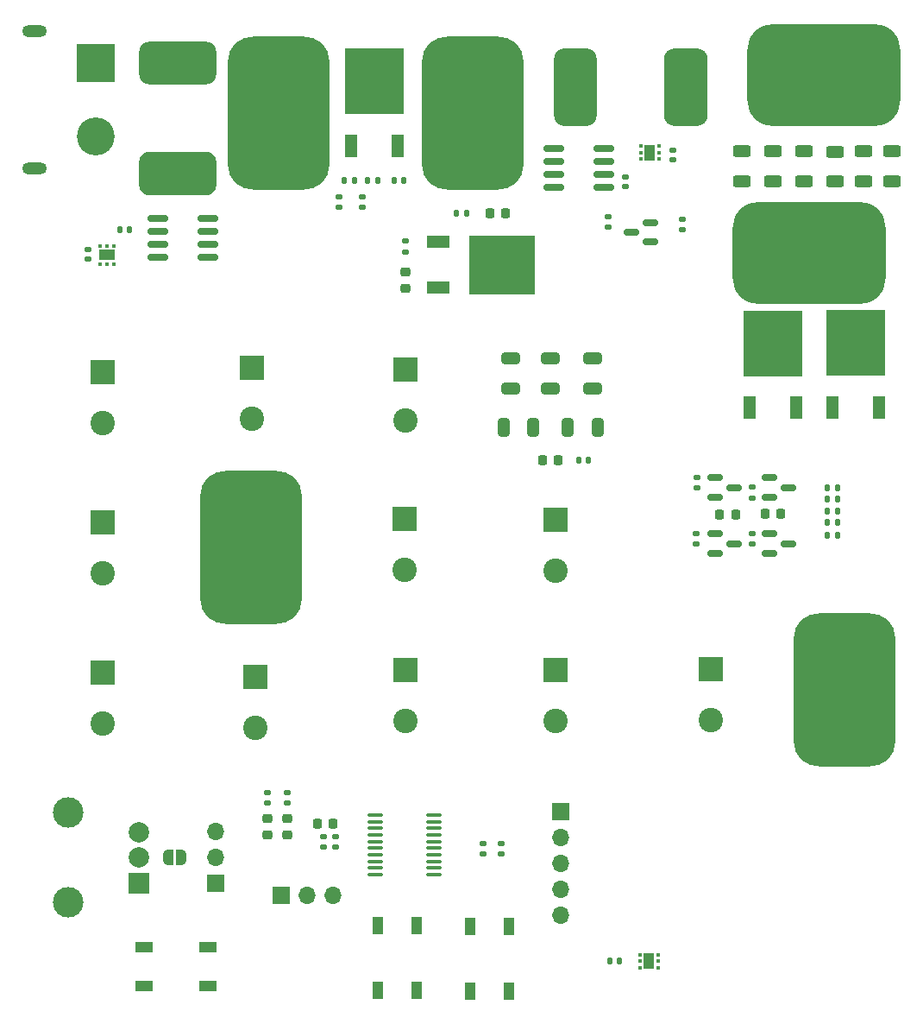
<source format=gbr>
%TF.GenerationSoftware,KiCad,Pcbnew,(6.0.0)*%
%TF.CreationDate,2022-09-13T16:11:23+02:00*%
%TF.ProjectId,IceCutterPCB,49636543-7574-4746-9572-5043422e6b69,rev?*%
%TF.SameCoordinates,Original*%
%TF.FileFunction,Soldermask,Top*%
%TF.FilePolarity,Negative*%
%FSLAX46Y46*%
G04 Gerber Fmt 4.6, Leading zero omitted, Abs format (unit mm)*
G04 Created by KiCad (PCBNEW (6.0.0)) date 2022-09-13 16:11:23*
%MOMM*%
%LPD*%
G01*
G04 APERTURE LIST*
G04 Aperture macros list*
%AMRoundRect*
0 Rectangle with rounded corners*
0 $1 Rounding radius*
0 $2 $3 $4 $5 $6 $7 $8 $9 X,Y pos of 4 corners*
0 Add a 4 corners polygon primitive as box body*
4,1,4,$2,$3,$4,$5,$6,$7,$8,$9,$2,$3,0*
0 Add four circle primitives for the rounded corners*
1,1,$1+$1,$2,$3*
1,1,$1+$1,$4,$5*
1,1,$1+$1,$6,$7*
1,1,$1+$1,$8,$9*
0 Add four rect primitives between the rounded corners*
20,1,$1+$1,$2,$3,$4,$5,0*
20,1,$1+$1,$4,$5,$6,$7,0*
20,1,$1+$1,$6,$7,$8,$9,0*
20,1,$1+$1,$8,$9,$2,$3,0*%
%AMFreePoly0*
4,1,22,0.500000,-0.750000,0.000000,-0.750000,0.000000,-0.745033,-0.079941,-0.743568,-0.215256,-0.701293,-0.333266,-0.622738,-0.424486,-0.514219,-0.481581,-0.384460,-0.499164,-0.250000,-0.500000,-0.250000,-0.500000,0.250000,-0.499164,0.250000,-0.499963,0.256109,-0.478152,0.396186,-0.417904,0.524511,-0.324060,0.630769,-0.204165,0.706417,-0.067858,0.745374,0.000000,0.744959,0.000000,0.750000,
0.500000,0.750000,0.500000,-0.750000,0.500000,-0.750000,$1*%
%AMFreePoly1*
4,1,20,0.000000,0.744959,0.073905,0.744508,0.209726,0.703889,0.328688,0.626782,0.421226,0.519385,0.479903,0.390333,0.500000,0.250000,0.500000,-0.250000,0.499851,-0.262216,0.476331,-0.402017,0.414519,-0.529596,0.319384,-0.634700,0.198574,-0.708877,0.061801,-0.746166,0.000000,-0.745033,0.000000,-0.750000,-0.500000,-0.750000,-0.500000,0.750000,0.000000,0.750000,0.000000,0.744959,
0.000000,0.744959,$1*%
G04 Aperture macros list end*
%ADD10RoundRect,0.250000X-0.625000X0.312500X-0.625000X-0.312500X0.625000X-0.312500X0.625000X0.312500X0*%
%ADD11R,2.400000X2.400000*%
%ADD12C,2.400000*%
%ADD13FreePoly0,180.000000*%
%ADD14FreePoly1,180.000000*%
%ADD15RoundRect,0.135000X-0.185000X0.135000X-0.185000X-0.135000X0.185000X-0.135000X0.185000X0.135000X0*%
%ADD16RoundRect,1.050000X2.750000X-1.050000X2.750000X1.050000X-2.750000X1.050000X-2.750000X-1.050000X0*%
%ADD17RoundRect,1.075000X2.725000X-1.075000X2.725000X1.075000X-2.725000X1.075000X-2.725000X-1.075000X0*%
%ADD18RoundRect,0.093750X0.093750X0.106250X-0.093750X0.106250X-0.093750X-0.106250X0.093750X-0.106250X0*%
%ADD19R,1.000000X1.600000*%
%ADD20R,1.200000X2.200000*%
%ADD21R,5.800000X6.400000*%
%ADD22RoundRect,2.500000X-5.000000X-2.500000X5.000000X-2.500000X5.000000X2.500000X-5.000000X2.500000X0*%
%ADD23RoundRect,0.250000X-0.325000X-0.650000X0.325000X-0.650000X0.325000X0.650000X-0.325000X0.650000X0*%
%ADD24R,1.700000X1.700000*%
%ADD25O,1.700000X1.700000*%
%ADD26RoundRect,0.135000X-0.135000X-0.185000X0.135000X-0.185000X0.135000X0.185000X-0.135000X0.185000X0*%
%ADD27R,2.200000X1.200000*%
%ADD28R,6.400000X5.800000*%
%ADD29RoundRect,0.150000X-0.825000X-0.150000X0.825000X-0.150000X0.825000X0.150000X-0.825000X0.150000X0*%
%ADD30RoundRect,0.225000X-0.225000X-0.250000X0.225000X-0.250000X0.225000X0.250000X-0.225000X0.250000X0*%
%ADD31RoundRect,0.150000X-0.587500X-0.150000X0.587500X-0.150000X0.587500X0.150000X-0.587500X0.150000X0*%
%ADD32RoundRect,0.225000X0.225000X0.250000X-0.225000X0.250000X-0.225000X-0.250000X0.225000X-0.250000X0*%
%ADD33RoundRect,0.140000X0.140000X0.170000X-0.140000X0.170000X-0.140000X-0.170000X0.140000X-0.170000X0*%
%ADD34RoundRect,0.250000X-0.650000X0.325000X-0.650000X-0.325000X0.650000X-0.325000X0.650000X0.325000X0*%
%ADD35RoundRect,0.135000X0.185000X-0.135000X0.185000X0.135000X-0.185000X0.135000X-0.185000X-0.135000X0*%
%ADD36RoundRect,2.500000X2.500000X-5.000000X2.500000X5.000000X-2.500000X5.000000X-2.500000X-5.000000X0*%
%ADD37R,1.700000X1.000000*%
%ADD38R,1.000000X1.700000*%
%ADD39RoundRect,0.140000X-0.140000X-0.170000X0.140000X-0.170000X0.140000X0.170000X-0.140000X0.170000X0*%
%ADD40RoundRect,0.093750X-0.093750X-0.106250X0.093750X-0.106250X0.093750X0.106250X-0.093750X0.106250X0*%
%ADD41RoundRect,0.135000X0.135000X0.185000X-0.135000X0.185000X-0.135000X-0.185000X0.135000X-0.185000X0*%
%ADD42RoundRect,0.218750X0.256250X-0.218750X0.256250X0.218750X-0.256250X0.218750X-0.256250X-0.218750X0*%
%ADD43RoundRect,0.225000X0.250000X-0.225000X0.250000X0.225000X-0.250000X0.225000X-0.250000X-0.225000X0*%
%ADD44RoundRect,0.140000X0.170000X-0.140000X0.170000X0.140000X-0.170000X0.140000X-0.170000X-0.140000X0*%
%ADD45RoundRect,2.500000X-2.500000X5.000000X-2.500000X-5.000000X2.500000X-5.000000X2.500000X5.000000X0*%
%ADD46R,3.716000X3.716000*%
%ADD47C,3.716000*%
%ADD48O,2.400000X1.200000*%
%ADD49RoundRect,1.050000X1.050000X2.750000X-1.050000X2.750000X-1.050000X-2.750000X1.050000X-2.750000X0*%
%ADD50RoundRect,1.075000X1.075000X2.725000X-1.075000X2.725000X-1.075000X-2.725000X1.075000X-2.725000X0*%
%ADD51RoundRect,0.100000X-0.637500X-0.100000X0.637500X-0.100000X0.637500X0.100000X-0.637500X0.100000X0*%
%ADD52C,3.000000*%
%ADD53R,2.000000X2.000000*%
%ADD54C,2.000000*%
%ADD55RoundRect,0.140000X-0.170000X0.140000X-0.170000X-0.140000X0.170000X-0.140000X0.170000X0.140000X0*%
%ADD56RoundRect,0.150000X0.587500X0.150000X-0.587500X0.150000X-0.587500X-0.150000X0.587500X-0.150000X0*%
%ADD57RoundRect,0.093750X-0.106250X0.093750X-0.106250X-0.093750X0.106250X-0.093750X0.106250X0.093750X0*%
%ADD58R,1.600000X1.000000*%
G04 APERTURE END LIST*
D10*
%TO.C,R29*%
X237032800Y-60625800D03*
X237032800Y-63550800D03*
%TD*%
D11*
%TO.C,C17*%
X203962000Y-82042000D03*
D12*
X203962000Y-87042000D03*
%TD*%
D13*
%TO.C,JP1*%
X181981800Y-129883000D03*
D14*
X180681800Y-129883000D03*
%TD*%
D15*
%TO.C,R1*%
X190459800Y-123561000D03*
X190459800Y-124581000D03*
%TD*%
D16*
%TO.C,R5*%
X181610000Y-52004000D03*
D17*
X181610000Y-62804000D03*
%TD*%
D18*
%TO.C,U6*%
X228782700Y-140705600D03*
X228782700Y-140055600D03*
X228782700Y-139405600D03*
X227007700Y-139405600D03*
X227007700Y-140055600D03*
X227007700Y-140705600D03*
D19*
X227895200Y-140055600D03*
%TD*%
D20*
%TO.C,Q16*%
X245878000Y-85734000D03*
D21*
X248158000Y-79434000D03*
D20*
X250438000Y-85734000D03*
%TD*%
D15*
%TO.C,R2*%
X199745600Y-65072800D03*
X199745600Y-66092800D03*
%TD*%
D22*
%TO.C,J7*%
X245008400Y-53187600D03*
%TD*%
D23*
%TO.C,C5*%
X219925000Y-87700000D03*
X222875000Y-87700000D03*
%TD*%
D20*
%TO.C,Q1*%
X198634000Y-60080000D03*
D21*
X200914000Y-53780000D03*
D20*
X203194000Y-60080000D03*
%TD*%
D24*
%TO.C,J2*%
X185395800Y-132423000D03*
D25*
X185395800Y-129883000D03*
X185395800Y-127343000D03*
%TD*%
D26*
%TO.C,R51*%
X245360000Y-94780100D03*
X246380000Y-94780100D03*
%TD*%
D27*
%TO.C,U7*%
X207187000Y-69475000D03*
D28*
X213487000Y-71755000D03*
D27*
X207187000Y-74035000D03*
%TD*%
D15*
%TO.C,R48*%
X237998000Y-93597000D03*
X237998000Y-94617000D03*
%TD*%
D29*
%TO.C,U8*%
X218505000Y-60325000D03*
X218505000Y-61595000D03*
X218505000Y-62865000D03*
X218505000Y-64135000D03*
X223455000Y-64135000D03*
X223455000Y-62865000D03*
X223455000Y-61595000D03*
X223455000Y-60325000D03*
%TD*%
D30*
%TO.C,C30*%
X239255000Y-96139000D03*
X240805000Y-96139000D03*
%TD*%
D11*
%TO.C,C20*%
X174244000Y-111760000D03*
D12*
X174244000Y-116760000D03*
%TD*%
D31*
%TO.C,Q25*%
X239727500Y-92649000D03*
X239727500Y-94549000D03*
X241602500Y-93599000D03*
%TD*%
D15*
%TO.C,R30*%
X231140000Y-67308000D03*
X231140000Y-68328000D03*
%TD*%
D32*
%TO.C,C1*%
X196904603Y-126605000D03*
X195354603Y-126605000D03*
%TD*%
D33*
%TO.C,C9*%
X176880000Y-68358400D03*
X175920000Y-68358400D03*
%TD*%
D10*
%TO.C,R32*%
X243128800Y-60625800D03*
X243128800Y-63550800D03*
%TD*%
D32*
%TO.C,C25*%
X213813000Y-66675000D03*
X212263000Y-66675000D03*
%TD*%
D11*
%TO.C,C15*%
X188900000Y-81902272D03*
D12*
X188900000Y-86902272D03*
%TD*%
D34*
%TO.C,C11*%
X222333000Y-80981400D03*
X222333000Y-83931400D03*
%TD*%
D35*
%TO.C,R6*%
X204021000Y-70487000D03*
X204021000Y-69467000D03*
%TD*%
%TO.C,R45*%
X232511600Y-99163600D03*
X232511600Y-98143600D03*
%TD*%
D36*
%TO.C,J9*%
X188823600Y-99466400D03*
%TD*%
D34*
%TO.C,C6*%
X214333000Y-80981400D03*
X214333000Y-83931400D03*
%TD*%
D37*
%TO.C,SW3*%
X184607600Y-138663600D03*
X178307600Y-138663600D03*
X178307600Y-142463600D03*
X184607600Y-142463600D03*
%TD*%
D24*
%TO.C,J5*%
X191787000Y-133631400D03*
D25*
X194327000Y-133631400D03*
X196867000Y-133631400D03*
%TD*%
D15*
%TO.C,R24*%
X211571200Y-128524000D03*
X211571200Y-129544000D03*
%TD*%
D38*
%TO.C,SW2*%
X205105000Y-142875000D03*
X205105000Y-136575000D03*
X201305000Y-142875000D03*
X201305000Y-136575000D03*
%TD*%
D39*
%TO.C,C12*%
X220976400Y-90964400D03*
X221936400Y-90964400D03*
%TD*%
D22*
%TO.C,J8*%
X243586000Y-70612000D03*
%TD*%
D10*
%TO.C,R31*%
X240080800Y-60625800D03*
X240080800Y-63550800D03*
%TD*%
D32*
%TO.C,C31*%
X236385400Y-96266000D03*
X234835400Y-96266000D03*
%TD*%
D40*
%TO.C,U1*%
X227066500Y-60104700D03*
X227066500Y-60754700D03*
X227066500Y-61404700D03*
X228841500Y-61404700D03*
X228841500Y-60754700D03*
X228841500Y-60104700D03*
D19*
X227954000Y-60754700D03*
%TD*%
D26*
%TO.C,R7*%
X208972000Y-66675000D03*
X209992000Y-66675000D03*
%TD*%
D23*
%TO.C,C32*%
X213600400Y-87700000D03*
X216550400Y-87700000D03*
%TD*%
D11*
%TO.C,C10*%
X203962000Y-111506000D03*
D12*
X203962000Y-116506000D03*
%TD*%
D41*
%TO.C,R53*%
X246382000Y-98336100D03*
X245362000Y-98336100D03*
%TD*%
D32*
%TO.C,C33*%
X218950000Y-90913600D03*
X217400000Y-90913600D03*
%TD*%
D11*
%TO.C,C21*%
X218694000Y-96774000D03*
D12*
X218694000Y-101774000D03*
%TD*%
D11*
%TO.C,C18*%
X233984800Y-111443472D03*
D12*
X233984800Y-116443472D03*
%TD*%
D35*
%TO.C,R28*%
X223901000Y-68074000D03*
X223901000Y-67054000D03*
%TD*%
D42*
%TO.C,D1*%
X190459800Y-127652500D03*
X190459800Y-126077500D03*
%TD*%
D24*
%TO.C,J4*%
X219202000Y-125354000D03*
D25*
X219202000Y-127894000D03*
X219202000Y-130434000D03*
X219202000Y-132974000D03*
X219202000Y-135514000D03*
%TD*%
D26*
%TO.C,R4*%
X197963000Y-63500000D03*
X198983000Y-63500000D03*
%TD*%
%TO.C,R52*%
X245358000Y-93637100D03*
X246378000Y-93637100D03*
%TD*%
D43*
%TO.C,C24*%
X204021000Y-74054000D03*
X204021000Y-72504000D03*
%TD*%
D31*
%TO.C,Q24*%
X239727500Y-98160800D03*
X239727500Y-100060800D03*
X241602500Y-99110800D03*
%TD*%
D44*
%TO.C,C26*%
X172847000Y-71219000D03*
X172847000Y-70259000D03*
%TD*%
D45*
%TO.C,J13*%
X191516000Y-56896000D03*
%TD*%
D10*
%TO.C,R33*%
X246176800Y-60687300D03*
X246176800Y-63612300D03*
%TD*%
%TO.C,R34*%
X248970800Y-60625800D03*
X248970800Y-63550800D03*
%TD*%
D33*
%TO.C,C28*%
X224999600Y-140072000D03*
X224039600Y-140072000D03*
%TD*%
D46*
%TO.C,J1*%
X173545000Y-52000000D03*
D47*
X173545000Y-59200000D03*
D48*
X167545000Y-48850000D03*
X167545000Y-62350000D03*
%TD*%
D33*
%TO.C,C8*%
X201239000Y-63500000D03*
X200279000Y-63500000D03*
%TD*%
D35*
%TO.C,R47*%
X237998000Y-99110800D03*
X237998000Y-98090800D03*
%TD*%
D49*
%TO.C,R27*%
X220660000Y-54356000D03*
D50*
X231460000Y-54356000D03*
%TD*%
D36*
%TO.C,J14*%
X210566000Y-56896000D03*
%TD*%
D34*
%TO.C,C23*%
X218199600Y-80981400D03*
X218199600Y-83931400D03*
%TD*%
D10*
%TO.C,R35*%
X251764800Y-60625800D03*
X251764800Y-63550800D03*
%TD*%
D33*
%TO.C,C7*%
X203807000Y-63500000D03*
X202847000Y-63500000D03*
%TD*%
D51*
%TO.C,U2*%
X201025300Y-125728000D03*
X201025300Y-126378000D03*
X201025300Y-127028000D03*
X201025300Y-127678000D03*
X201025300Y-128328000D03*
X201025300Y-128978000D03*
X201025300Y-129628000D03*
X201025300Y-130278000D03*
X201025300Y-130928000D03*
X201025300Y-131578000D03*
X206750300Y-131578000D03*
X206750300Y-130928000D03*
X206750300Y-130278000D03*
X206750300Y-129628000D03*
X206750300Y-128978000D03*
X206750300Y-128328000D03*
X206750300Y-127678000D03*
X206750300Y-127028000D03*
X206750300Y-126378000D03*
X206750300Y-125728000D03*
%TD*%
D42*
%TO.C,D2*%
X192364800Y-127652500D03*
X192364800Y-126077500D03*
%TD*%
D52*
%TO.C,RV1*%
X170852800Y-134283000D03*
X170852800Y-125483000D03*
D53*
X177852800Y-132383000D03*
D54*
X177852800Y-129883000D03*
X177852800Y-127383000D03*
%TD*%
D11*
%TO.C,C13*%
X189280800Y-112154672D03*
D12*
X189280800Y-117154672D03*
%TD*%
D55*
%TO.C,C29*%
X230210000Y-60528700D03*
X230210000Y-61488700D03*
%TD*%
D38*
%TO.C,SW1*%
X214122000Y-142977000D03*
X214122000Y-136677000D03*
X210322000Y-136677000D03*
X210322000Y-142977000D03*
%TD*%
D44*
%TO.C,C27*%
X225552000Y-64081600D03*
X225552000Y-63121600D03*
%TD*%
D31*
%TO.C,Q22*%
X234393500Y-98160800D03*
X234393500Y-100060800D03*
X236268500Y-99110800D03*
%TD*%
D15*
%TO.C,R3*%
X192364800Y-123559000D03*
X192364800Y-124579000D03*
%TD*%
D11*
%TO.C,C14*%
X203911200Y-96660672D03*
D12*
X203911200Y-101660672D03*
%TD*%
D15*
%TO.C,R22*%
X213400000Y-128524000D03*
X213400000Y-129544000D03*
%TD*%
D11*
%TO.C,C22*%
X174244000Y-82296000D03*
D12*
X174244000Y-87296000D03*
%TD*%
D56*
%TO.C,Q14*%
X228013500Y-69530000D03*
X228013500Y-67630000D03*
X226138500Y-68580000D03*
%TD*%
D35*
%TO.C,R46*%
X232613200Y-93677200D03*
X232613200Y-92657200D03*
%TD*%
D55*
%TO.C,C3*%
X197459600Y-65130800D03*
X197459600Y-66090800D03*
%TD*%
D26*
%TO.C,R50*%
X245360000Y-95923100D03*
X246380000Y-95923100D03*
%TD*%
D20*
%TO.C,Q17*%
X237751000Y-85769000D03*
D21*
X240031000Y-79469000D03*
D20*
X242311000Y-85769000D03*
%TD*%
D29*
%TO.C,U4*%
X179643000Y-67183000D03*
X179643000Y-68453000D03*
X179643000Y-69723000D03*
X179643000Y-70993000D03*
X184593000Y-70993000D03*
X184593000Y-69723000D03*
X184593000Y-68453000D03*
X184593000Y-67183000D03*
%TD*%
D31*
%TO.C,Q23*%
X234393500Y-92649000D03*
X234393500Y-94549000D03*
X236268500Y-93599000D03*
%TD*%
D36*
%TO.C,J11*%
X247040400Y-113487200D03*
%TD*%
D26*
%TO.C,R49*%
X245360000Y-97066100D03*
X246380000Y-97066100D03*
%TD*%
D11*
%TO.C,C16*%
X174244000Y-97028000D03*
D12*
X174244000Y-102028000D03*
%TD*%
D55*
%TO.C,C2*%
X197134800Y-127865000D03*
X197134800Y-128825000D03*
%TD*%
D57*
%TO.C,U5*%
X175325800Y-69902300D03*
X174675800Y-69902300D03*
X174025800Y-69902300D03*
X174025800Y-71677300D03*
X174675800Y-71677300D03*
X175325800Y-71677300D03*
D58*
X174675800Y-70789800D03*
%TD*%
D55*
%TO.C,C4*%
X195918603Y-127864000D03*
X195918603Y-128824000D03*
%TD*%
D11*
%TO.C,C19*%
X218694000Y-111506000D03*
D12*
X218694000Y-116506000D03*
%TD*%
M02*

</source>
